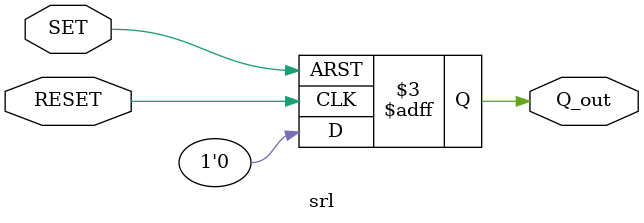
<source format=v>
/********************************************************************
 Title       : srl.v	     		 
 Design      : SET/RESET LATCH	 
 Author      : David J. Marion		     	
 Assignment  : Final Project (Traffic Controller)	     	 
 Course      : EE352 Digital Design II
 Incl. Mods  : N/A
 Stimulus    : srl_TB.v
 Func. Check : LOOKING GOOD
 Information : This module contains the SR Latch with Q-out to 
			   enable counter2 in sensor mode and counter3 in 
			   the top module. The two counters work together 
			   when a sensor is activated.
*********************************************************************/

`timescale 1ns/1ps	//Defines "reference time" and "precision time"

module srl(
	output Q_out,
	
	input SET,		
	input RESET
);

reg Q_out = 0 ;

wire SET, RESET;

always @(posedge SET or posedge RESET)
begin
	if(SET)
	begin
		Q_out <= 1;
	end
	
	else if(RESET)
	begin
		Q_out <= 0;
	end
end
endmodule
</source>
